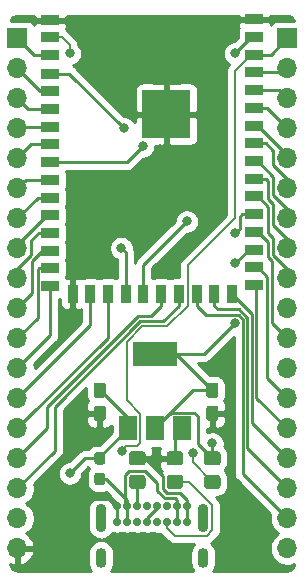
<source format=gbr>
%TF.GenerationSoftware,KiCad,Pcbnew,(5.1.8-0-10_14)*%
%TF.CreationDate,2021-07-01T23:52:50-05:00*%
%TF.ProjectId,crump-s2,6372756d-702d-4733-922e-6b696361645f,rev?*%
%TF.SameCoordinates,Original*%
%TF.FileFunction,Copper,L2,Bot*%
%TF.FilePolarity,Positive*%
%FSLAX46Y46*%
G04 Gerber Fmt 4.6, Leading zero omitted, Abs format (unit mm)*
G04 Created by KiCad (PCBNEW (5.1.8-0-10_14)) date 2021-07-01 23:52:50*
%MOMM*%
%LPD*%
G01*
G04 APERTURE LIST*
%TA.AperFunction,SMDPad,CuDef*%
%ADD10R,1.500000X2.000000*%
%TD*%
%TA.AperFunction,SMDPad,CuDef*%
%ADD11R,3.800000X2.000000*%
%TD*%
%TA.AperFunction,ComponentPad*%
%ADD12O,0.900000X1.700000*%
%TD*%
%TA.AperFunction,ComponentPad*%
%ADD13O,0.900000X2.400000*%
%TD*%
%TA.AperFunction,ComponentPad*%
%ADD14C,0.700000*%
%TD*%
%TA.AperFunction,SMDPad,CuDef*%
%ADD15R,4.100000X4.100000*%
%TD*%
%TA.AperFunction,SMDPad,CuDef*%
%ADD16R,1.500000X0.900000*%
%TD*%
%TA.AperFunction,SMDPad,CuDef*%
%ADD17R,0.900000X1.500000*%
%TD*%
%TA.AperFunction,ComponentPad*%
%ADD18O,1.700000X1.700000*%
%TD*%
%TA.AperFunction,ComponentPad*%
%ADD19R,1.700000X1.700000*%
%TD*%
%TA.AperFunction,ViaPad*%
%ADD20C,0.800000*%
%TD*%
%TA.AperFunction,Conductor*%
%ADD21C,0.250000*%
%TD*%
%TA.AperFunction,Conductor*%
%ADD22C,0.200000*%
%TD*%
%TA.AperFunction,Conductor*%
%ADD23C,0.254000*%
%TD*%
%TA.AperFunction,Conductor*%
%ADD24C,0.100000*%
%TD*%
G04 APERTURE END LIST*
%TO.P,R2,1*%
%TO.N,GND*%
%TA.AperFunction,SMDPad,CuDef*%
G36*
G01*
X41459999Y-56550000D02*
X42360001Y-56550000D01*
G75*
G02*
X42610000Y-56799999I0J-249999D01*
G01*
X42610000Y-57500001D01*
G75*
G02*
X42360001Y-57750000I-249999J0D01*
G01*
X41459999Y-57750000D01*
G75*
G02*
X41210000Y-57500001I0J249999D01*
G01*
X41210000Y-56799999D01*
G75*
G02*
X41459999Y-56550000I249999J0D01*
G01*
G37*
%TD.AperFunction*%
%TO.P,R2,2*%
%TO.N,Net-(J1-PadB5)*%
%TA.AperFunction,SMDPad,CuDef*%
G36*
G01*
X41459999Y-58550000D02*
X42360001Y-58550000D01*
G75*
G02*
X42610000Y-58799999I0J-249999D01*
G01*
X42610000Y-59500001D01*
G75*
G02*
X42360001Y-59750000I-249999J0D01*
G01*
X41459999Y-59750000D01*
G75*
G02*
X41210000Y-59500001I0J249999D01*
G01*
X41210000Y-58799999D01*
G75*
G02*
X41459999Y-58550000I249999J0D01*
G01*
G37*
%TD.AperFunction*%
%TD*%
D10*
%TO.P,U2,1*%
%TO.N,GND*%
X42545000Y-54610000D03*
%TO.P,U2,3*%
%TO.N,+5V*%
X37945000Y-54610000D03*
%TO.P,U2,2*%
%TO.N,+3V3*%
X40245000Y-54610000D03*
D11*
X40245000Y-48310000D03*
%TD*%
%TO.P,C2,2*%
%TO.N,GND*%
%TA.AperFunction,SMDPad,CuDef*%
G36*
G01*
X44809999Y-52690000D02*
X45360001Y-52690000D01*
G75*
G02*
X45610000Y-52939999I0J-249999D01*
G01*
X45610000Y-53740001D01*
G75*
G02*
X45360001Y-53990000I-249999J0D01*
G01*
X44809999Y-53990000D01*
G75*
G02*
X44560000Y-53740001I0J249999D01*
G01*
X44560000Y-52939999D01*
G75*
G02*
X44809999Y-52690000I249999J0D01*
G01*
G37*
%TD.AperFunction*%
%TO.P,C2,1*%
%TO.N,+3V3*%
%TA.AperFunction,SMDPad,CuDef*%
G36*
G01*
X44809999Y-50740000D02*
X45360001Y-50740000D01*
G75*
G02*
X45610000Y-50989999I0J-249999D01*
G01*
X45610000Y-51790001D01*
G75*
G02*
X45360001Y-52040000I-249999J0D01*
G01*
X44809999Y-52040000D01*
G75*
G02*
X44560000Y-51790001I0J249999D01*
G01*
X44560000Y-50989999D01*
G75*
G02*
X44809999Y-50740000I249999J0D01*
G01*
G37*
%TD.AperFunction*%
%TD*%
%TO.P,C1,2*%
%TO.N,GND*%
%TA.AperFunction,SMDPad,CuDef*%
G36*
G01*
X35284999Y-52690000D02*
X35835001Y-52690000D01*
G75*
G02*
X36085000Y-52939999I0J-249999D01*
G01*
X36085000Y-53740001D01*
G75*
G02*
X35835001Y-53990000I-249999J0D01*
G01*
X35284999Y-53990000D01*
G75*
G02*
X35035000Y-53740001I0J249999D01*
G01*
X35035000Y-52939999D01*
G75*
G02*
X35284999Y-52690000I249999J0D01*
G01*
G37*
%TD.AperFunction*%
%TO.P,C1,1*%
%TO.N,+5V*%
%TA.AperFunction,SMDPad,CuDef*%
G36*
G01*
X35284999Y-50740000D02*
X35835001Y-50740000D01*
G75*
G02*
X36085000Y-50989999I0J-249999D01*
G01*
X36085000Y-51790001D01*
G75*
G02*
X35835001Y-52040000I-249999J0D01*
G01*
X35284999Y-52040000D01*
G75*
G02*
X35035000Y-51790001I0J249999D01*
G01*
X35035000Y-50989999D01*
G75*
G02*
X35284999Y-50740000I249999J0D01*
G01*
G37*
%TD.AperFunction*%
%TD*%
%TO.P,D1,2*%
%TO.N,Net-(D1-Pad2)*%
%TA.AperFunction,SMDPad,CuDef*%
G36*
G01*
X35322500Y-58375000D02*
X35797500Y-58375000D01*
G75*
G02*
X36035000Y-58612500I0J-237500D01*
G01*
X36035000Y-59187500D01*
G75*
G02*
X35797500Y-59425000I-237500J0D01*
G01*
X35322500Y-59425000D01*
G75*
G02*
X35085000Y-59187500I0J237500D01*
G01*
X35085000Y-58612500D01*
G75*
G02*
X35322500Y-58375000I237500J0D01*
G01*
G37*
%TD.AperFunction*%
%TO.P,D1,1*%
%TO.N,+5V*%
%TA.AperFunction,SMDPad,CuDef*%
G36*
G01*
X35322500Y-56625000D02*
X35797500Y-56625000D01*
G75*
G02*
X36035000Y-56862500I0J-237500D01*
G01*
X36035000Y-57437500D01*
G75*
G02*
X35797500Y-57675000I-237500J0D01*
G01*
X35322500Y-57675000D01*
G75*
G02*
X35085000Y-57437500I0J237500D01*
G01*
X35085000Y-56862500D01*
G75*
G02*
X35322500Y-56625000I237500J0D01*
G01*
G37*
%TD.AperFunction*%
%TD*%
D12*
%TO.P,J1,S1*%
%TO.N,Net-(J1-PadS1)*%
X44320500Y-65574000D03*
X35670500Y-65574000D03*
D13*
X44320500Y-62194000D03*
X35670500Y-62194000D03*
D14*
%TO.P,J1,B6*%
%TO.N,/USB_D+*%
X40420500Y-62564000D03*
%TO.P,J1,B1*%
%TO.N,GND*%
X42970500Y-62564000D03*
%TO.P,J1,B4*%
%TO.N,Net-(D1-Pad2)*%
X42120500Y-62564000D03*
%TO.P,J1,B5*%
%TO.N,Net-(J1-PadB5)*%
X41270500Y-62564000D03*
%TO.P,J1,B12*%
%TO.N,GND*%
X37020500Y-62564000D03*
%TO.P,J1,B8*%
%TO.N,N/C*%
X38720500Y-62564000D03*
%TO.P,J1,B7*%
%TO.N,/USB_D-*%
X39570500Y-62564000D03*
%TO.P,J1,B9*%
%TO.N,Net-(D1-Pad2)*%
X37870500Y-62564000D03*
%TO.P,J1,A12*%
%TO.N,GND*%
X42970500Y-61214000D03*
%TO.P,J1,A9*%
%TO.N,Net-(D1-Pad2)*%
X42120500Y-61214000D03*
%TO.P,J1,A8*%
%TO.N,N/C*%
X41270500Y-61214000D03*
%TO.P,J1,A7*%
%TO.N,/USB_D-*%
X40420500Y-61214000D03*
%TO.P,J1,A6*%
%TO.N,/USB_D+*%
X39570500Y-61214000D03*
%TO.P,J1,A5*%
%TO.N,Net-(J1-PadA5)*%
X38720500Y-61214000D03*
%TO.P,J1,A4*%
%TO.N,Net-(D1-Pad2)*%
X37870500Y-61214000D03*
%TO.P,J1,A1*%
%TO.N,GND*%
X37020500Y-61214000D03*
%TD*%
%TO.P,R1,1*%
%TO.N,+3V3*%
%TA.AperFunction,SMDPad,CuDef*%
G36*
G01*
X44634999Y-56550000D02*
X45535001Y-56550000D01*
G75*
G02*
X45785000Y-56799999I0J-249999D01*
G01*
X45785000Y-57500001D01*
G75*
G02*
X45535001Y-57750000I-249999J0D01*
G01*
X44634999Y-57750000D01*
G75*
G02*
X44385000Y-57500001I0J249999D01*
G01*
X44385000Y-56799999D01*
G75*
G02*
X44634999Y-56550000I249999J0D01*
G01*
G37*
%TD.AperFunction*%
%TO.P,R1,2*%
%TO.N,/EN*%
%TA.AperFunction,SMDPad,CuDef*%
G36*
G01*
X44634999Y-58550000D02*
X45535001Y-58550000D01*
G75*
G02*
X45785000Y-58799999I0J-249999D01*
G01*
X45785000Y-59500001D01*
G75*
G02*
X45535001Y-59750000I-249999J0D01*
G01*
X44634999Y-59750000D01*
G75*
G02*
X44385000Y-59500001I0J249999D01*
G01*
X44385000Y-58799999D01*
G75*
G02*
X44634999Y-58550000I249999J0D01*
G01*
G37*
%TD.AperFunction*%
%TD*%
%TO.P,R3,2*%
%TO.N,GND*%
%TA.AperFunction,SMDPad,CuDef*%
G36*
G01*
X39185001Y-57750000D02*
X38284999Y-57750000D01*
G75*
G02*
X38035000Y-57500001I0J249999D01*
G01*
X38035000Y-56799999D01*
G75*
G02*
X38284999Y-56550000I249999J0D01*
G01*
X39185001Y-56550000D01*
G75*
G02*
X39435000Y-56799999I0J-249999D01*
G01*
X39435000Y-57500001D01*
G75*
G02*
X39185001Y-57750000I-249999J0D01*
G01*
G37*
%TD.AperFunction*%
%TO.P,R3,1*%
%TO.N,Net-(J1-PadA5)*%
%TA.AperFunction,SMDPad,CuDef*%
G36*
G01*
X39185001Y-59750000D02*
X38284999Y-59750000D01*
G75*
G02*
X38035000Y-59500001I0J249999D01*
G01*
X38035000Y-58799999D01*
G75*
G02*
X38284999Y-58550000I249999J0D01*
G01*
X39185001Y-58550000D01*
G75*
G02*
X39435000Y-58799999I0J-249999D01*
G01*
X39435000Y-59500001D01*
G75*
G02*
X39185001Y-59750000I-249999J0D01*
G01*
G37*
%TD.AperFunction*%
%TD*%
D15*
%TO.P,U1,43*%
%TO.N,GND*%
X41195000Y-28015000D03*
D16*
%TO.P,U1,42*%
X31380000Y-20075000D03*
%TO.P,U1,41*%
%TO.N,/EN*%
X31380000Y-21475000D03*
%TO.P,U1,40*%
%TO.N,/IO46*%
X31380000Y-22975000D03*
%TO.P,U1,39*%
%TO.N,/IO45*%
X31380000Y-24575000D03*
D17*
%TO.P,U1,25*%
%TO.N,/IO26*%
X34755000Y-43225000D03*
%TO.P,U1,26*%
%TO.N,GND*%
X33255000Y-43225000D03*
D16*
%TO.P,U1,27*%
%TO.N,/IO33*%
X31380000Y-42575000D03*
%TO.P,U1,28*%
%TO.N,/IO34*%
X31380000Y-41075000D03*
%TO.P,U1,29*%
%TO.N,/IO35*%
X31380000Y-39575000D03*
%TO.P,U1,30*%
%TO.N,/IO36*%
X31380000Y-38075000D03*
%TO.P,U1,31*%
%TO.N,/IO37*%
X31380000Y-36575000D03*
%TO.P,U1,32*%
%TO.N,/IO38*%
X31380000Y-35075000D03*
%TO.P,U1,33*%
%TO.N,/IO39*%
X31380000Y-33575000D03*
%TO.P,U1,34*%
%TO.N,/IO40*%
X31380000Y-32075000D03*
%TO.P,U1,35*%
%TO.N,/IO41*%
X31380000Y-30575000D03*
%TO.P,U1,36*%
%TO.N,/IO42*%
X31380000Y-29075000D03*
%TO.P,U1,37*%
%TO.N,/TX*%
X31380000Y-27575000D03*
%TO.P,U1,38*%
%TO.N,/RX*%
X31380000Y-26075000D03*
%TO.P,U1,14*%
%TO.N,/IO11*%
X48630000Y-39475000D03*
%TO.P,U1,13*%
%TO.N,/IO10*%
X48630000Y-37975000D03*
%TO.P,U1,12*%
%TO.N,/IO09*%
X48630000Y-36475000D03*
%TO.P,U1,11*%
%TO.N,/IO08*%
X48630000Y-34975000D03*
%TO.P,U1,10*%
%TO.N,/IO07*%
X48630000Y-33475000D03*
%TO.P,U1,9*%
%TO.N,/IO06*%
X48630000Y-31975000D03*
%TO.P,U1,8*%
%TO.N,/IO05*%
X48630000Y-30475000D03*
%TO.P,U1,7*%
%TO.N,/IO04*%
X48630000Y-28975000D03*
%TO.P,U1,6*%
%TO.N,/IO03*%
X48630000Y-27475000D03*
%TO.P,U1,5*%
%TO.N,/IO02*%
X48630000Y-25975000D03*
%TO.P,U1,4*%
%TO.N,/IO01*%
X48630000Y-24475000D03*
%TO.P,U1,3*%
%TO.N,/IO00*%
X48630000Y-22975000D03*
%TO.P,U1,2*%
%TO.N,+3V3*%
X48630000Y-21475000D03*
D17*
%TO.P,U1,24*%
%TO.N,/IO21*%
X36255000Y-43225000D03*
%TO.P,U1,23*%
%TO.N,/USB_D+*%
X37755000Y-43225000D03*
%TO.P,U1,22*%
%TO.N,/USB_D-*%
X39255000Y-43225000D03*
%TO.P,U1,21*%
%TO.N,/IO18*%
X40755000Y-43225000D03*
%TO.P,U1,20*%
%TO.N,/IO17*%
X42255000Y-43225000D03*
%TO.P,U1,19*%
%TO.N,/IO16*%
X43755000Y-43225000D03*
%TO.P,U1,18*%
%TO.N,/IO15*%
X45255000Y-43225000D03*
%TO.P,U1,17*%
%TO.N,/IO14*%
X46755000Y-43225000D03*
D16*
%TO.P,U1,16*%
%TO.N,/IO13*%
X48630000Y-42475000D03*
%TO.P,U1,15*%
%TO.N,/IO12*%
X48630000Y-40975000D03*
%TO.P,U1,1*%
%TO.N,GND*%
X48630000Y-19975000D03*
%TD*%
D18*
%TO.P,J2,18*%
%TO.N,+5V*%
X51435000Y-64770000D03*
%TO.P,J2,17*%
%TO.N,/IO16*%
X51435000Y-62230000D03*
%TO.P,J2,16*%
%TO.N,/IO15*%
X51435000Y-59690000D03*
%TO.P,J2,15*%
%TO.N,/IO14*%
X51435000Y-57150000D03*
%TO.P,J2,14*%
%TO.N,/IO13*%
X51435000Y-54610000D03*
%TO.P,J2,13*%
%TO.N,/IO12*%
X51435000Y-52070000D03*
%TO.P,J2,12*%
%TO.N,/IO11*%
X51435000Y-49530000D03*
%TO.P,J2,11*%
%TO.N,/IO10*%
X51435000Y-46990000D03*
%TO.P,J2,10*%
%TO.N,/IO09*%
X51435000Y-44450000D03*
%TO.P,J2,9*%
%TO.N,/IO08*%
X51435000Y-41910000D03*
%TO.P,J2,8*%
%TO.N,/IO07*%
X51435000Y-39370000D03*
%TO.P,J2,7*%
%TO.N,/IO06*%
X51435000Y-36830000D03*
%TO.P,J2,6*%
%TO.N,/IO05*%
X51435000Y-34290000D03*
%TO.P,J2,5*%
%TO.N,/IO04*%
X51435000Y-31750000D03*
%TO.P,J2,4*%
%TO.N,/IO03*%
X51435000Y-29210000D03*
%TO.P,J2,3*%
%TO.N,/IO02*%
X51435000Y-26670000D03*
%TO.P,J2,2*%
%TO.N,/IO01*%
X51435000Y-24130000D03*
D19*
%TO.P,J2,1*%
%TO.N,/IO00*%
X51435000Y-21590000D03*
%TD*%
%TO.P,J3,1*%
%TO.N,/IO46*%
X28575000Y-21590000D03*
D18*
%TO.P,J3,2*%
%TO.N,/RX*%
X28575000Y-24130000D03*
%TO.P,J3,3*%
%TO.N,/TX*%
X28575000Y-26670000D03*
%TO.P,J3,4*%
%TO.N,/IO42*%
X28575000Y-29210000D03*
%TO.P,J3,5*%
%TO.N,/IO41*%
X28575000Y-31750000D03*
%TO.P,J3,6*%
%TO.N,/IO39*%
X28575000Y-34290000D03*
%TO.P,J3,7*%
%TO.N,/IO38*%
X28575000Y-36830000D03*
%TO.P,J3,8*%
%TO.N,/IO37*%
X28575000Y-39370000D03*
%TO.P,J3,9*%
%TO.N,/IO36*%
X28575000Y-41910000D03*
%TO.P,J3,10*%
%TO.N,/IO35*%
X28575000Y-44450000D03*
%TO.P,J3,11*%
%TO.N,/IO34*%
X28575000Y-46990000D03*
%TO.P,J3,12*%
%TO.N,/IO33*%
X28575000Y-49530000D03*
%TO.P,J3,13*%
%TO.N,/IO26*%
X28575000Y-52070000D03*
%TO.P,J3,14*%
%TO.N,/IO21*%
X28575000Y-54610000D03*
%TO.P,J3,15*%
%TO.N,/IO18*%
X28575000Y-57150000D03*
%TO.P,J3,16*%
%TO.N,/IO17*%
X28575000Y-59690000D03*
%TO.P,J3,17*%
%TO.N,+3V3*%
X28575000Y-62230000D03*
%TO.P,J3,18*%
%TO.N,GND*%
X28575000Y-64770000D03*
%TD*%
D20*
%TO.N,GND*%
X40640000Y-30988000D03*
X42545000Y-54610000D03*
X42545000Y-54610000D03*
X44958000Y-53340000D03*
X38735000Y-57150000D03*
X33020000Y-53340000D03*
X33020000Y-45720000D03*
%TO.N,/USB_D+*%
X37378640Y-39344600D03*
%TO.N,/USB_D-*%
X42926000Y-37084000D03*
%TO.N,+3V3*%
X46990000Y-45720000D03*
X46990000Y-22860000D03*
X45084996Y-55880000D03*
%TO.N,/EN*%
X43434000Y-56660011D03*
X33020000Y-22860000D03*
%TO.N,/IO45*%
X37605000Y-29210000D03*
%TO.N,/IO40*%
X39205002Y-30734000D03*
%TO.N,/IO11*%
X46990000Y-40640000D03*
%TO.N,/IO09*%
X46990000Y-38100000D03*
%TO.N,/IO00*%
X37399836Y-56529714D03*
%TO.N,+5V*%
X33019992Y-58420000D03*
%TD*%
D21*
%TO.N,GND*%
X41195000Y-30433000D02*
X41195000Y-28015000D01*
X40640000Y-30988000D02*
X41195000Y-30433000D01*
X42970500Y-61214000D02*
X42970500Y-62564000D01*
X37020500Y-62564000D02*
X37020500Y-61214000D01*
X41910000Y-55245000D02*
X42545000Y-54610000D01*
X41910000Y-57150000D02*
X41910000Y-55245000D01*
X45085000Y-53340000D02*
X44958000Y-53340000D01*
X42970500Y-60719026D02*
X42970500Y-61214000D01*
X40884990Y-59738180D02*
X41235798Y-60088988D01*
X40884990Y-58664990D02*
X40884990Y-59738180D01*
X39370000Y-57150000D02*
X40884990Y-58664990D01*
X41235798Y-60088988D02*
X42340462Y-60088988D01*
X38735000Y-57150000D02*
X39370000Y-57150000D01*
X42340462Y-60088988D02*
X42970500Y-60719026D01*
X36475490Y-60668990D02*
X36475490Y-60605490D01*
X37020500Y-61214000D02*
X36475490Y-60668990D01*
X36475490Y-60605490D02*
X34136510Y-60605490D01*
X29972000Y-64770000D02*
X28575000Y-64770000D01*
X34136510Y-60605490D02*
X29972000Y-64770000D01*
D22*
X33782000Y-53340000D02*
X33020000Y-53340000D01*
X33255000Y-45485000D02*
X33020000Y-45720000D01*
X33255000Y-43225000D02*
X33255000Y-45485000D01*
D21*
%TO.N,Net-(D1-Pad2)*%
X36051474Y-58900000D02*
X35560000Y-58900000D01*
X37870500Y-60719026D02*
X36051474Y-58900000D01*
X37870500Y-61214000D02*
X37870500Y-60719026D01*
X42120500Y-62564000D02*
X42120500Y-61214000D01*
X37870500Y-62564000D02*
X37870500Y-61214000D01*
X40434979Y-59230979D02*
X40434979Y-59924580D01*
X37870500Y-61214000D02*
X37709990Y-61053490D01*
X42120500Y-60719026D02*
X42120500Y-61214000D01*
X37709990Y-61053490D02*
X37709990Y-58561820D01*
X37709990Y-58561820D02*
X38046820Y-58224990D01*
X40434979Y-59924580D02*
X41049398Y-60538999D01*
X38046820Y-58224990D02*
X39428990Y-58224990D01*
X39428990Y-58224990D02*
X40434979Y-59230979D01*
X41940473Y-60538999D02*
X42120500Y-60719026D01*
X41049398Y-60538999D02*
X41940473Y-60538999D01*
%TO.N,Net-(J1-PadA5)*%
X38735000Y-61199500D02*
X38720500Y-61214000D01*
X38735000Y-59150000D02*
X38735000Y-61199500D01*
%TO.N,/USB_D+*%
X37755000Y-39720960D02*
X37378640Y-39344600D01*
X37755000Y-43225000D02*
X37755000Y-39720960D01*
%TO.N,/USB_D-*%
X40420500Y-61363002D02*
X40420500Y-61214000D01*
X39570500Y-62213002D02*
X40420500Y-61363002D01*
X39570500Y-62564000D02*
X39570500Y-62213002D01*
X39255000Y-40755000D02*
X42926000Y-37084000D01*
X39255000Y-43225000D02*
X39255000Y-40755000D01*
D22*
%TO.N,Net-(J1-PadB5)*%
X41270500Y-63058974D02*
X41905536Y-63694010D01*
X41905536Y-63694010D02*
X44631164Y-63694010D01*
X45070510Y-63254664D02*
X45070510Y-61133336D01*
X43087174Y-59150000D02*
X41910000Y-59150000D01*
X45070510Y-61133336D02*
X43087174Y-59150000D01*
X41270500Y-62564000D02*
X41270500Y-63058974D01*
X44631164Y-63694010D02*
X45070510Y-63254664D01*
D21*
%TO.N,+3V3*%
X42005000Y-48310000D02*
X45085000Y-51390000D01*
X40245000Y-48310000D02*
X42005000Y-48310000D01*
X43465000Y-51390000D02*
X45085000Y-51390000D01*
X40245000Y-54610000D02*
X43465000Y-51390000D01*
X40245000Y-54610000D02*
X41570001Y-53284999D01*
X41570001Y-53284999D02*
X43555001Y-53284999D01*
X43555001Y-53284999D02*
X43870001Y-53599999D01*
X43870001Y-53599999D02*
X43870001Y-55935001D01*
X43870001Y-55935001D02*
X45085000Y-57150000D01*
X40245000Y-48310000D02*
X44400000Y-48310000D01*
X44400000Y-48310000D02*
X46990000Y-45720000D01*
X48630000Y-21475000D02*
X48375000Y-21475000D01*
X48375000Y-21475000D02*
X46990000Y-22860000D01*
X45085000Y-57150000D02*
X45085000Y-55880004D01*
X45085000Y-55880004D02*
X45084996Y-55880000D01*
D22*
%TO.N,/EN*%
X43434000Y-57499000D02*
X43434000Y-56660011D01*
X45085000Y-59150000D02*
X43434000Y-57499000D01*
X31380000Y-21475000D02*
X32330000Y-21475000D01*
X32330000Y-21475000D02*
X33020000Y-22165000D01*
X33020000Y-22165000D02*
X33020000Y-22860000D01*
D21*
%TO.N,/IO46*%
X29960000Y-22975000D02*
X28575000Y-21590000D01*
X31380000Y-22975000D02*
X29960000Y-22975000D01*
%TO.N,/IO45*%
X32970000Y-24575000D02*
X37605000Y-29210000D01*
X31380000Y-24575000D02*
X32970000Y-24575000D01*
%TO.N,/IO26*%
X34755000Y-45890000D02*
X28575000Y-52070000D01*
X34755000Y-43225000D02*
X34755000Y-45890000D01*
%TO.N,/IO33*%
X31380000Y-46725000D02*
X28575000Y-49530000D01*
X31380000Y-42575000D02*
X31380000Y-46725000D01*
%TO.N,/IO34*%
X30295010Y-45269990D02*
X28575000Y-46990000D01*
X30295010Y-41159990D02*
X30295010Y-45269990D01*
X30380000Y-41075000D02*
X30295010Y-41159990D01*
X31380000Y-41075000D02*
X30380000Y-41075000D01*
%TO.N,/IO35*%
X30950412Y-39370000D02*
X29845000Y-40475412D01*
X31585000Y-39370000D02*
X30950412Y-39370000D01*
X29845000Y-43180000D02*
X28575000Y-44450000D01*
X29845000Y-40475412D02*
X29845000Y-43180000D01*
X31380000Y-39575000D02*
X31585000Y-39370000D01*
%TO.N,/IO36*%
X29750001Y-39934001D02*
X28575000Y-41109002D01*
X29750001Y-38704999D02*
X29750001Y-39934001D01*
X28575000Y-41109002D02*
X28575000Y-41910000D01*
X31380000Y-38075000D02*
X30380000Y-38075000D01*
X30380000Y-38075000D02*
X29750001Y-38704999D01*
%TO.N,/IO37*%
X28575000Y-39080000D02*
X28575000Y-39370000D01*
X31080000Y-36575000D02*
X28575000Y-39080000D01*
X31380000Y-36575000D02*
X31080000Y-36575000D01*
%TO.N,/IO38*%
X30330000Y-35075000D02*
X28575000Y-36830000D01*
X31380000Y-35075000D02*
X30330000Y-35075000D01*
%TO.N,/IO39*%
X29290000Y-33575000D02*
X28575000Y-34290000D01*
X31380000Y-33575000D02*
X29290000Y-33575000D01*
%TO.N,/IO40*%
X37864002Y-32075000D02*
X39205002Y-30734000D01*
X31380000Y-32075000D02*
X37864002Y-32075000D01*
%TO.N,/IO41*%
X29750000Y-30575000D02*
X28575000Y-31750000D01*
X31380000Y-30575000D02*
X29750000Y-30575000D01*
%TO.N,/IO42*%
X28710000Y-29075000D02*
X28575000Y-29210000D01*
X31380000Y-29075000D02*
X28710000Y-29075000D01*
%TO.N,/TX*%
X29480000Y-27575000D02*
X28575000Y-26670000D01*
X31380000Y-27575000D02*
X29480000Y-27575000D01*
%TO.N,/RX*%
X30520000Y-26075000D02*
X28575000Y-24130000D01*
X31380000Y-26075000D02*
X30520000Y-26075000D01*
%TO.N,/IO11*%
X48630000Y-39475000D02*
X48155000Y-39475000D01*
X48155000Y-39475000D02*
X46990000Y-40640000D01*
%TO.N,/IO10*%
X50165000Y-40475412D02*
X50165000Y-45720000D01*
X49809988Y-40120401D02*
X50165000Y-40475412D01*
X49809988Y-38854988D02*
X49809988Y-40120401D01*
X48630000Y-37975000D02*
X48930000Y-37975000D01*
X50165000Y-45720000D02*
X51435000Y-46990000D01*
X48930000Y-37975000D02*
X49809988Y-38854988D01*
%TO.N,/IO09*%
X47389999Y-37700001D02*
X46990000Y-38100000D01*
X47389999Y-36715001D02*
X47389999Y-37700001D01*
X47630000Y-36475000D02*
X47389999Y-36715001D01*
X48630000Y-36475000D02*
X47630000Y-36475000D01*
%TO.N,/IO08*%
X50259999Y-39934001D02*
X51435000Y-41109002D01*
X49809990Y-38063195D02*
X50259999Y-38513204D01*
X48930000Y-34975000D02*
X49809990Y-35854990D01*
X51435000Y-41109002D02*
X51435000Y-41910000D01*
X49809990Y-35854990D02*
X49809990Y-38063195D01*
X48630000Y-34975000D02*
X48930000Y-34975000D01*
X50259999Y-38513204D02*
X50259999Y-39934001D01*
%TO.N,/IO07*%
X49809988Y-35203578D02*
X50259999Y-35653589D01*
X49809988Y-33654988D02*
X49809988Y-35203578D01*
X49630000Y-33475000D02*
X49809988Y-33654988D01*
X50259999Y-37394001D02*
X51435000Y-38569002D01*
X48630000Y-33475000D02*
X49630000Y-33475000D01*
X50259999Y-35653589D02*
X50259999Y-37394001D01*
X51435000Y-38569002D02*
X51435000Y-39370000D01*
%TO.N,/IO06*%
X48630000Y-31975000D02*
X48930000Y-31975000D01*
X48930000Y-31975000D02*
X50259999Y-33304999D01*
X50259999Y-34854001D02*
X51435000Y-36029002D01*
X50259999Y-33304999D02*
X50259999Y-34854001D01*
X51435000Y-36029002D02*
X51435000Y-36830000D01*
%TO.N,/IO05*%
X51435000Y-33489002D02*
X51435000Y-34290000D01*
X48630000Y-30475000D02*
X49630000Y-30475000D01*
X49630000Y-30475000D02*
X50259999Y-31104999D01*
X50259999Y-31104999D02*
X50259999Y-32314001D01*
X50259999Y-32314001D02*
X51435000Y-33489002D01*
%TO.N,/IO04*%
X51435000Y-31480000D02*
X51435000Y-31750000D01*
X48930000Y-28975000D02*
X51435000Y-31480000D01*
X48630000Y-28975000D02*
X48930000Y-28975000D01*
%TO.N,/IO03*%
X49700000Y-27475000D02*
X51435000Y-29210000D01*
X48630000Y-27475000D02*
X49700000Y-27475000D01*
%TO.N,/IO02*%
X50740000Y-25975000D02*
X51435000Y-26670000D01*
X48630000Y-25975000D02*
X50740000Y-25975000D01*
%TO.N,/IO01*%
X51090000Y-24475000D02*
X51435000Y-24130000D01*
X48630000Y-24475000D02*
X51090000Y-24475000D01*
%TO.N,/IO00*%
X50050000Y-22975000D02*
X51435000Y-21590000D01*
X48630000Y-22975000D02*
X50050000Y-22975000D01*
D22*
X48330000Y-22975000D02*
X46990000Y-24315000D01*
X48630000Y-22975000D02*
X48330000Y-22975000D01*
X46990000Y-36830000D02*
X43005000Y-40815000D01*
X38715287Y-56129715D02*
X37799835Y-56129715D01*
X41246002Y-45974000D02*
X39140998Y-45974000D01*
X46990000Y-24315000D02*
X46990000Y-36830000D01*
X38995001Y-53369999D02*
X38995001Y-55850001D01*
X39140998Y-45974000D02*
X37846000Y-47268998D01*
X43005000Y-44215002D02*
X41246002Y-45974000D01*
X37846000Y-47268998D02*
X37846000Y-52220998D01*
X38995001Y-55850001D02*
X38715287Y-56129715D01*
X37799835Y-56129715D02*
X37399836Y-56529714D01*
X37846000Y-52220998D02*
X38995001Y-53369999D01*
X43005000Y-40815000D02*
X43005000Y-44215002D01*
D21*
%TO.N,/IO21*%
X36255000Y-46927179D02*
X29424999Y-53757180D01*
X29424999Y-53757180D02*
X29424999Y-53760001D01*
X29424999Y-53760001D02*
X28575000Y-54610000D01*
X36255000Y-43225000D02*
X36255000Y-46927179D01*
%TO.N,/IO18*%
X31115000Y-54610000D02*
X28575000Y-57150000D01*
X40755000Y-43225000D02*
X40755000Y-44225000D01*
X38778553Y-45098978D02*
X31115000Y-52762531D01*
X39881022Y-45098978D02*
X38778553Y-45098978D01*
X31115000Y-52762531D02*
X31115000Y-54610000D01*
X40755000Y-44225000D02*
X39881022Y-45098978D01*
%TO.N,/IO17*%
X31750000Y-56515000D02*
X28575000Y-59690000D01*
X38964952Y-45548990D02*
X31750000Y-52763942D01*
X31750000Y-52763942D02*
X31750000Y-56515000D01*
X42255000Y-44225000D02*
X40931011Y-45548989D01*
X40931011Y-45548989D02*
X38964952Y-45548990D01*
X42255000Y-43225000D02*
X42255000Y-44225000D01*
%TO.N,/IO16*%
X50585001Y-61380001D02*
X51435000Y-62230000D01*
X47655001Y-58450001D02*
X50585001Y-61380001D01*
X47655001Y-45400799D02*
X47655001Y-58450001D01*
X44584999Y-45054999D02*
X47309201Y-45054999D01*
X43755000Y-44225000D02*
X44584999Y-45054999D01*
X47309201Y-45054999D02*
X47655001Y-45400799D01*
X43755000Y-43225000D02*
X43755000Y-44225000D01*
%TO.N,/IO15*%
X45255000Y-43225000D02*
X45255000Y-44225000D01*
X45255000Y-44225000D02*
X45574988Y-44544988D01*
X45574988Y-44544988D02*
X47350748Y-44544988D01*
X47350748Y-44544988D02*
X48045012Y-45239252D01*
X48045012Y-45239252D02*
X48045012Y-56300012D01*
X48045012Y-56300012D02*
X51435000Y-59690000D01*
%TO.N,/IO14*%
X48435023Y-54150023D02*
X51435000Y-57150000D01*
X48435023Y-44905023D02*
X48435023Y-54150023D01*
X46755000Y-43225000D02*
X48435023Y-44905023D01*
%TO.N,/IO13*%
X48825034Y-42670034D02*
X48825034Y-52000034D01*
X48630000Y-42475000D02*
X48825034Y-42670034D01*
X48825034Y-52000034D02*
X51435000Y-54610000D01*
%TO.N,/IO12*%
X49705001Y-50340001D02*
X51435000Y-52070000D01*
X48915002Y-40975000D02*
X49705001Y-41764999D01*
X49705001Y-41764999D02*
X49705001Y-50340001D01*
X48630000Y-40975000D02*
X48915002Y-40975000D01*
%TO.N,+5V*%
X37945000Y-53775000D02*
X37945000Y-54610000D01*
X35560000Y-51390000D02*
X37945000Y-53775000D01*
X35560000Y-56995000D02*
X37945000Y-54610000D01*
X35560000Y-57150000D02*
X35560000Y-56995000D01*
X35560000Y-57150000D02*
X34289992Y-57150000D01*
X34289992Y-57150000D02*
X33019992Y-58420000D01*
%TD*%
D23*
%TO.N,GND*%
X46895002Y-58412669D02*
X46891325Y-58450001D01*
X46895002Y-58487334D01*
X46905999Y-58598987D01*
X46910098Y-58612500D01*
X46949455Y-58742247D01*
X47020027Y-58874277D01*
X47090380Y-58960001D01*
X47115001Y-58990002D01*
X47143999Y-59013800D01*
X49993790Y-61863592D01*
X49950000Y-62083740D01*
X49950000Y-62376260D01*
X50007068Y-62663158D01*
X50119010Y-62933411D01*
X50281525Y-63176632D01*
X50488368Y-63383475D01*
X50662760Y-63500000D01*
X50488368Y-63616525D01*
X50281525Y-63823368D01*
X50119010Y-64066589D01*
X50007068Y-64336842D01*
X49950000Y-64623740D01*
X49950000Y-64916260D01*
X50007068Y-65203158D01*
X50119010Y-65473411D01*
X50281525Y-65716632D01*
X50488368Y-65923475D01*
X50731589Y-66085990D01*
X51001842Y-66197932D01*
X51288740Y-66255000D01*
X51581260Y-66255000D01*
X51868158Y-66197932D01*
X52033046Y-66129633D01*
X52030278Y-66157869D01*
X51996047Y-66271246D01*
X51940446Y-66375817D01*
X51865594Y-66467595D01*
X51774335Y-66543091D01*
X51670160Y-66599419D01*
X51557024Y-66634440D01*
X51408979Y-66650000D01*
X45169323Y-66650000D01*
X45227009Y-66579710D01*
X45327759Y-66391220D01*
X45389800Y-66186696D01*
X45405500Y-66027293D01*
X45405500Y-65120706D01*
X45389800Y-64961303D01*
X45327759Y-64756780D01*
X45227009Y-64568290D01*
X45091422Y-64403078D01*
X45001639Y-64329395D01*
X45041484Y-64308097D01*
X45153402Y-64216248D01*
X45176423Y-64188197D01*
X45564702Y-63799918D01*
X45592747Y-63776902D01*
X45684597Y-63664984D01*
X45752847Y-63537297D01*
X45786656Y-63425843D01*
X45794875Y-63398750D01*
X45809066Y-63254665D01*
X45805510Y-63218560D01*
X45805510Y-61169441D01*
X45809066Y-61133336D01*
X45794875Y-60989251D01*
X45752847Y-60850702D01*
X45684597Y-60723016D01*
X45615763Y-60639142D01*
X45592748Y-60611098D01*
X45564703Y-60588082D01*
X45364693Y-60388072D01*
X45535001Y-60388072D01*
X45708255Y-60371008D01*
X45874851Y-60320472D01*
X46028387Y-60238405D01*
X46162962Y-60127962D01*
X46273405Y-59993387D01*
X46355472Y-59839851D01*
X46406008Y-59673255D01*
X46423072Y-59500001D01*
X46423072Y-58799999D01*
X46406008Y-58626745D01*
X46355472Y-58460149D01*
X46273405Y-58306613D01*
X46162962Y-58172038D01*
X46136109Y-58150000D01*
X46162962Y-58127962D01*
X46273405Y-57993387D01*
X46355472Y-57839851D01*
X46406008Y-57673255D01*
X46423072Y-57500001D01*
X46423072Y-56799999D01*
X46406008Y-56626745D01*
X46355472Y-56460149D01*
X46273405Y-56306613D01*
X46162962Y-56172038D01*
X46093519Y-56115048D01*
X46119996Y-55981939D01*
X46119996Y-55778061D01*
X46080222Y-55578102D01*
X46002201Y-55389744D01*
X45888933Y-55220226D01*
X45744770Y-55076063D01*
X45575252Y-54962795D01*
X45386894Y-54884774D01*
X45186935Y-54845000D01*
X44983057Y-54845000D01*
X44783098Y-54884774D01*
X44630001Y-54948189D01*
X44630001Y-54627173D01*
X44799250Y-54625000D01*
X44958000Y-54466250D01*
X44958000Y-53467000D01*
X45212000Y-53467000D01*
X45212000Y-54466250D01*
X45370750Y-54625000D01*
X45610000Y-54628072D01*
X45734482Y-54615812D01*
X45854180Y-54579502D01*
X45964494Y-54520537D01*
X46061185Y-54441185D01*
X46140537Y-54344494D01*
X46199502Y-54234180D01*
X46235812Y-54114482D01*
X46248072Y-53990000D01*
X46245000Y-53625750D01*
X46086250Y-53467000D01*
X45212000Y-53467000D01*
X44958000Y-53467000D01*
X44938000Y-53467000D01*
X44938000Y-53213000D01*
X44958000Y-53213000D01*
X44958000Y-53193000D01*
X45212000Y-53193000D01*
X45212000Y-53213000D01*
X46086250Y-53213000D01*
X46245000Y-53054250D01*
X46248072Y-52690000D01*
X46235812Y-52565518D01*
X46199502Y-52445820D01*
X46140537Y-52335506D01*
X46098085Y-52283777D01*
X46098405Y-52283387D01*
X46180472Y-52129851D01*
X46231008Y-51963255D01*
X46248072Y-51790001D01*
X46248072Y-50989999D01*
X46231008Y-50816745D01*
X46180472Y-50650149D01*
X46098405Y-50496613D01*
X45987962Y-50362038D01*
X45853387Y-50251595D01*
X45699851Y-50169528D01*
X45533255Y-50118992D01*
X45360001Y-50101928D01*
X44871730Y-50101928D01*
X43839801Y-49070000D01*
X44362678Y-49070000D01*
X44400000Y-49073676D01*
X44437322Y-49070000D01*
X44437333Y-49070000D01*
X44548986Y-49059003D01*
X44692247Y-49015546D01*
X44824276Y-48944974D01*
X44940001Y-48850001D01*
X44963804Y-48820997D01*
X46895001Y-46889801D01*
X46895002Y-58412669D01*
%TA.AperFunction,Conductor*%
D24*
G36*
X46895002Y-58412669D02*
G01*
X46891325Y-58450001D01*
X46895002Y-58487334D01*
X46905999Y-58598987D01*
X46910098Y-58612500D01*
X46949455Y-58742247D01*
X47020027Y-58874277D01*
X47090380Y-58960001D01*
X47115001Y-58990002D01*
X47143999Y-59013800D01*
X49993790Y-61863592D01*
X49950000Y-62083740D01*
X49950000Y-62376260D01*
X50007068Y-62663158D01*
X50119010Y-62933411D01*
X50281525Y-63176632D01*
X50488368Y-63383475D01*
X50662760Y-63500000D01*
X50488368Y-63616525D01*
X50281525Y-63823368D01*
X50119010Y-64066589D01*
X50007068Y-64336842D01*
X49950000Y-64623740D01*
X49950000Y-64916260D01*
X50007068Y-65203158D01*
X50119010Y-65473411D01*
X50281525Y-65716632D01*
X50488368Y-65923475D01*
X50731589Y-66085990D01*
X51001842Y-66197932D01*
X51288740Y-66255000D01*
X51581260Y-66255000D01*
X51868158Y-66197932D01*
X52033046Y-66129633D01*
X52030278Y-66157869D01*
X51996047Y-66271246D01*
X51940446Y-66375817D01*
X51865594Y-66467595D01*
X51774335Y-66543091D01*
X51670160Y-66599419D01*
X51557024Y-66634440D01*
X51408979Y-66650000D01*
X45169323Y-66650000D01*
X45227009Y-66579710D01*
X45327759Y-66391220D01*
X45389800Y-66186696D01*
X45405500Y-66027293D01*
X45405500Y-65120706D01*
X45389800Y-64961303D01*
X45327759Y-64756780D01*
X45227009Y-64568290D01*
X45091422Y-64403078D01*
X45001639Y-64329395D01*
X45041484Y-64308097D01*
X45153402Y-64216248D01*
X45176423Y-64188197D01*
X45564702Y-63799918D01*
X45592747Y-63776902D01*
X45684597Y-63664984D01*
X45752847Y-63537297D01*
X45786656Y-63425843D01*
X45794875Y-63398750D01*
X45809066Y-63254665D01*
X45805510Y-63218560D01*
X45805510Y-61169441D01*
X45809066Y-61133336D01*
X45794875Y-60989251D01*
X45752847Y-60850702D01*
X45684597Y-60723016D01*
X45615763Y-60639142D01*
X45592748Y-60611098D01*
X45564703Y-60588082D01*
X45364693Y-60388072D01*
X45535001Y-60388072D01*
X45708255Y-60371008D01*
X45874851Y-60320472D01*
X46028387Y-60238405D01*
X46162962Y-60127962D01*
X46273405Y-59993387D01*
X46355472Y-59839851D01*
X46406008Y-59673255D01*
X46423072Y-59500001D01*
X46423072Y-58799999D01*
X46406008Y-58626745D01*
X46355472Y-58460149D01*
X46273405Y-58306613D01*
X46162962Y-58172038D01*
X46136109Y-58150000D01*
X46162962Y-58127962D01*
X46273405Y-57993387D01*
X46355472Y-57839851D01*
X46406008Y-57673255D01*
X46423072Y-57500001D01*
X46423072Y-56799999D01*
X46406008Y-56626745D01*
X46355472Y-56460149D01*
X46273405Y-56306613D01*
X46162962Y-56172038D01*
X46093519Y-56115048D01*
X46119996Y-55981939D01*
X46119996Y-55778061D01*
X46080222Y-55578102D01*
X46002201Y-55389744D01*
X45888933Y-55220226D01*
X45744770Y-55076063D01*
X45575252Y-54962795D01*
X45386894Y-54884774D01*
X45186935Y-54845000D01*
X44983057Y-54845000D01*
X44783098Y-54884774D01*
X44630001Y-54948189D01*
X44630001Y-54627173D01*
X44799250Y-54625000D01*
X44958000Y-54466250D01*
X44958000Y-53467000D01*
X45212000Y-53467000D01*
X45212000Y-54466250D01*
X45370750Y-54625000D01*
X45610000Y-54628072D01*
X45734482Y-54615812D01*
X45854180Y-54579502D01*
X45964494Y-54520537D01*
X46061185Y-54441185D01*
X46140537Y-54344494D01*
X46199502Y-54234180D01*
X46235812Y-54114482D01*
X46248072Y-53990000D01*
X46245000Y-53625750D01*
X46086250Y-53467000D01*
X45212000Y-53467000D01*
X44958000Y-53467000D01*
X44938000Y-53467000D01*
X44938000Y-53213000D01*
X44958000Y-53213000D01*
X44958000Y-53193000D01*
X45212000Y-53193000D01*
X45212000Y-53213000D01*
X46086250Y-53213000D01*
X46245000Y-53054250D01*
X46248072Y-52690000D01*
X46235812Y-52565518D01*
X46199502Y-52445820D01*
X46140537Y-52335506D01*
X46098085Y-52283777D01*
X46098405Y-52283387D01*
X46180472Y-52129851D01*
X46231008Y-51963255D01*
X46248072Y-51790001D01*
X46248072Y-50989999D01*
X46231008Y-50816745D01*
X46180472Y-50650149D01*
X46098405Y-50496613D01*
X45987962Y-50362038D01*
X45853387Y-50251595D01*
X45699851Y-50169528D01*
X45533255Y-50118992D01*
X45360001Y-50101928D01*
X44871730Y-50101928D01*
X43839801Y-49070000D01*
X44362678Y-49070000D01*
X44400000Y-49073676D01*
X44437322Y-49070000D01*
X44437333Y-49070000D01*
X44548986Y-49059003D01*
X44692247Y-49015546D01*
X44824276Y-48944974D01*
X44940001Y-48850001D01*
X44963804Y-48820997D01*
X46895001Y-46889801D01*
X46895002Y-58412669D01*
G37*
%TD.AperFunction*%
D23*
X34396928Y-51790001D02*
X34413992Y-51963255D01*
X34464528Y-52129851D01*
X34546595Y-52283387D01*
X34546915Y-52283777D01*
X34504463Y-52335506D01*
X34445498Y-52445820D01*
X34409188Y-52565518D01*
X34396928Y-52690000D01*
X34400000Y-53054250D01*
X34558750Y-53213000D01*
X35433000Y-53213000D01*
X35433000Y-53193000D01*
X35687000Y-53193000D01*
X35687000Y-53213000D01*
X35707000Y-53213000D01*
X35707000Y-53467000D01*
X35687000Y-53467000D01*
X35687000Y-54466250D01*
X35845750Y-54625000D01*
X36085000Y-54628072D01*
X36209482Y-54615812D01*
X36329180Y-54579502D01*
X36439494Y-54520537D01*
X36536185Y-54441185D01*
X36556928Y-54415910D01*
X36556928Y-54923270D01*
X35493271Y-55986928D01*
X35322500Y-55986928D01*
X35151684Y-56003752D01*
X34987433Y-56053577D01*
X34836058Y-56134488D01*
X34703377Y-56243377D01*
X34594488Y-56376058D01*
X34587036Y-56390000D01*
X34327314Y-56390000D01*
X34289991Y-56386324D01*
X34252668Y-56390000D01*
X34252659Y-56390000D01*
X34141006Y-56400997D01*
X33997745Y-56444454D01*
X33865716Y-56515026D01*
X33749991Y-56609999D01*
X33726193Y-56638997D01*
X32980191Y-57385000D01*
X32918053Y-57385000D01*
X32718094Y-57424774D01*
X32529736Y-57502795D01*
X32360218Y-57616063D01*
X32216055Y-57760226D01*
X32102787Y-57929744D01*
X32024766Y-58118102D01*
X31984992Y-58318061D01*
X31984992Y-58521939D01*
X32024766Y-58721898D01*
X32102787Y-58910256D01*
X32216055Y-59079774D01*
X32360218Y-59223937D01*
X32529736Y-59337205D01*
X32718094Y-59415226D01*
X32918053Y-59455000D01*
X33121931Y-59455000D01*
X33321890Y-59415226D01*
X33510248Y-59337205D01*
X33679766Y-59223937D01*
X33823929Y-59079774D01*
X33937197Y-58910256D01*
X34015218Y-58721898D01*
X34054992Y-58521939D01*
X34054992Y-58459801D01*
X34593221Y-57921572D01*
X34594488Y-57923942D01*
X34677425Y-58025000D01*
X34594488Y-58126058D01*
X34513577Y-58277433D01*
X34463752Y-58441684D01*
X34446928Y-58612500D01*
X34446928Y-59187500D01*
X34463752Y-59358316D01*
X34513577Y-59522567D01*
X34594488Y-59673942D01*
X34703377Y-59806623D01*
X34836058Y-59915512D01*
X34987433Y-59996423D01*
X35151684Y-60046248D01*
X35322500Y-60063072D01*
X35797500Y-60063072D01*
X35968316Y-60046248D01*
X36086937Y-60010265D01*
X36536623Y-60459950D01*
X36529588Y-60543483D01*
X36921601Y-60935496D01*
X36885500Y-61116986D01*
X36885500Y-61286890D01*
X36826753Y-61228143D01*
X36840895Y-61214000D01*
X36688246Y-61061351D01*
X36677759Y-61026780D01*
X36577009Y-60838290D01*
X36441422Y-60673078D01*
X36276210Y-60537491D01*
X36087719Y-60436741D01*
X35883196Y-60374700D01*
X35670500Y-60353751D01*
X35457803Y-60374700D01*
X35253280Y-60436741D01*
X35064790Y-60537491D01*
X34899578Y-60673078D01*
X34763991Y-60838290D01*
X34663241Y-61026781D01*
X34601200Y-61231304D01*
X34585500Y-61390707D01*
X34585500Y-62997294D01*
X34601200Y-63156697D01*
X34663242Y-63361220D01*
X34763992Y-63549710D01*
X34899579Y-63714922D01*
X35064791Y-63850509D01*
X35253281Y-63951259D01*
X35457804Y-64013300D01*
X35670500Y-64034249D01*
X35883197Y-64013300D01*
X36087720Y-63951259D01*
X36276210Y-63850509D01*
X36441422Y-63714922D01*
X36577009Y-63549710D01*
X36622273Y-63465027D01*
X36724884Y-63508589D01*
X36914844Y-63548110D01*
X37108864Y-63549813D01*
X37299489Y-63513632D01*
X37446151Y-63454385D01*
X37583186Y-63511147D01*
X37773486Y-63549000D01*
X37967514Y-63549000D01*
X38157814Y-63511147D01*
X38295500Y-63454116D01*
X38433186Y-63511147D01*
X38623486Y-63549000D01*
X38817514Y-63549000D01*
X39007814Y-63511147D01*
X39145500Y-63454116D01*
X39283186Y-63511147D01*
X39473486Y-63549000D01*
X39667514Y-63549000D01*
X39857814Y-63511147D01*
X39995500Y-63454116D01*
X40133186Y-63511147D01*
X40323486Y-63549000D01*
X40517514Y-63549000D01*
X40693154Y-63514063D01*
X40748263Y-63581212D01*
X40776308Y-63604228D01*
X41360282Y-64188203D01*
X41383298Y-64216248D01*
X41411342Y-64239263D01*
X41495216Y-64308097D01*
X41622902Y-64376347D01*
X41761451Y-64418375D01*
X41905536Y-64432566D01*
X41941641Y-64429010D01*
X43528296Y-64429010D01*
X43413991Y-64568290D01*
X43313241Y-64756781D01*
X43251200Y-64961304D01*
X43235500Y-65120707D01*
X43235500Y-66027294D01*
X43251200Y-66186697D01*
X43313242Y-66391220D01*
X43413992Y-66579710D01*
X43471678Y-66650000D01*
X36519323Y-66650000D01*
X36577009Y-66579710D01*
X36677759Y-66391220D01*
X36739800Y-66186696D01*
X36755500Y-66027293D01*
X36755500Y-65120706D01*
X36739800Y-64961303D01*
X36677759Y-64756780D01*
X36577009Y-64568290D01*
X36441422Y-64403078D01*
X36276210Y-64267491D01*
X36087719Y-64166741D01*
X35883196Y-64104700D01*
X35670500Y-64083751D01*
X35457803Y-64104700D01*
X35253280Y-64166741D01*
X35064790Y-64267491D01*
X34899578Y-64403078D01*
X34763991Y-64568290D01*
X34663241Y-64756781D01*
X34601200Y-64961304D01*
X34585500Y-65120707D01*
X34585500Y-66027294D01*
X34601200Y-66186697D01*
X34663242Y-66391220D01*
X34763992Y-66579710D01*
X34821678Y-66650000D01*
X28607279Y-66650000D01*
X28457131Y-66635278D01*
X28343754Y-66601047D01*
X28239183Y-66545446D01*
X28147405Y-66470594D01*
X28071909Y-66379335D01*
X28015581Y-66275160D01*
X27980560Y-66162024D01*
X27976760Y-66125867D01*
X28218109Y-66211481D01*
X28448000Y-66090814D01*
X28448000Y-64897000D01*
X28702000Y-64897000D01*
X28702000Y-66090814D01*
X28931891Y-66211481D01*
X29206252Y-66114157D01*
X29456355Y-65965178D01*
X29672588Y-65770269D01*
X29846641Y-65536920D01*
X29971825Y-65274099D01*
X30016476Y-65126890D01*
X29895155Y-64897000D01*
X28702000Y-64897000D01*
X28448000Y-64897000D01*
X28428000Y-64897000D01*
X28428000Y-64643000D01*
X28448000Y-64643000D01*
X28448000Y-64623000D01*
X28702000Y-64623000D01*
X28702000Y-64643000D01*
X29895155Y-64643000D01*
X30016476Y-64413110D01*
X29971825Y-64265901D01*
X29846641Y-64003080D01*
X29672588Y-63769731D01*
X29456355Y-63574822D01*
X29339466Y-63505195D01*
X29521632Y-63383475D01*
X29728475Y-63176632D01*
X29890990Y-62933411D01*
X30002932Y-62663158D01*
X30060000Y-62376260D01*
X30060000Y-62083740D01*
X30002932Y-61796842D01*
X29890990Y-61526589D01*
X29728475Y-61283368D01*
X29521632Y-61076525D01*
X29347240Y-60960000D01*
X29521632Y-60843475D01*
X29728475Y-60636632D01*
X29890990Y-60393411D01*
X30002932Y-60123158D01*
X30060000Y-59836260D01*
X30060000Y-59543740D01*
X30016209Y-59323592D01*
X32261003Y-57078799D01*
X32290001Y-57055001D01*
X32339243Y-56995000D01*
X32384974Y-56939277D01*
X32455546Y-56807247D01*
X32458592Y-56797205D01*
X32499003Y-56663986D01*
X32510000Y-56552333D01*
X32510000Y-56552324D01*
X32513676Y-56515001D01*
X32510000Y-56477678D01*
X32510000Y-53990000D01*
X34396928Y-53990000D01*
X34409188Y-54114482D01*
X34445498Y-54234180D01*
X34504463Y-54344494D01*
X34583815Y-54441185D01*
X34680506Y-54520537D01*
X34790820Y-54579502D01*
X34910518Y-54615812D01*
X35035000Y-54628072D01*
X35274250Y-54625000D01*
X35433000Y-54466250D01*
X35433000Y-53467000D01*
X34558750Y-53467000D01*
X34400000Y-53625750D01*
X34396928Y-53990000D01*
X32510000Y-53990000D01*
X32510000Y-53078743D01*
X34396928Y-51191815D01*
X34396928Y-51790001D01*
%TA.AperFunction,Conductor*%
D24*
G36*
X34396928Y-51790001D02*
G01*
X34413992Y-51963255D01*
X34464528Y-52129851D01*
X34546595Y-52283387D01*
X34546915Y-52283777D01*
X34504463Y-52335506D01*
X34445498Y-52445820D01*
X34409188Y-52565518D01*
X34396928Y-52690000D01*
X34400000Y-53054250D01*
X34558750Y-53213000D01*
X35433000Y-53213000D01*
X35433000Y-53193000D01*
X35687000Y-53193000D01*
X35687000Y-53213000D01*
X35707000Y-53213000D01*
X35707000Y-53467000D01*
X35687000Y-53467000D01*
X35687000Y-54466250D01*
X35845750Y-54625000D01*
X36085000Y-54628072D01*
X36209482Y-54615812D01*
X36329180Y-54579502D01*
X36439494Y-54520537D01*
X36536185Y-54441185D01*
X36556928Y-54415910D01*
X36556928Y-54923270D01*
X35493271Y-55986928D01*
X35322500Y-55986928D01*
X35151684Y-56003752D01*
X34987433Y-56053577D01*
X34836058Y-56134488D01*
X34703377Y-56243377D01*
X34594488Y-56376058D01*
X34587036Y-56390000D01*
X34327314Y-56390000D01*
X34289991Y-56386324D01*
X34252668Y-56390000D01*
X34252659Y-56390000D01*
X34141006Y-56400997D01*
X33997745Y-56444454D01*
X33865716Y-56515026D01*
X33749991Y-56609999D01*
X33726193Y-56638997D01*
X32980191Y-57385000D01*
X32918053Y-57385000D01*
X32718094Y-57424774D01*
X32529736Y-57502795D01*
X32360218Y-57616063D01*
X32216055Y-57760226D01*
X32102787Y-57929744D01*
X32024766Y-58118102D01*
X31984992Y-58318061D01*
X31984992Y-58521939D01*
X32024766Y-58721898D01*
X32102787Y-58910256D01*
X32216055Y-59079774D01*
X32360218Y-59223937D01*
X32529736Y-59337205D01*
X32718094Y-59415226D01*
X32918053Y-59455000D01*
X33121931Y-59455000D01*
X33321890Y-59415226D01*
X33510248Y-59337205D01*
X33679766Y-59223937D01*
X33823929Y-59079774D01*
X33937197Y-58910256D01*
X34015218Y-58721898D01*
X34054992Y-58521939D01*
X34054992Y-58459801D01*
X34593221Y-57921572D01*
X34594488Y-57923942D01*
X34677425Y-58025000D01*
X34594488Y-58126058D01*
X34513577Y-58277433D01*
X34463752Y-58441684D01*
X34446928Y-58612500D01*
X34446928Y-59187500D01*
X34463752Y-59358316D01*
X34513577Y-59522567D01*
X34594488Y-59673942D01*
X34703377Y-59806623D01*
X34836058Y-59915512D01*
X34987433Y-59996423D01*
X35151684Y-60046248D01*
X35322500Y-60063072D01*
X35797500Y-60063072D01*
X35968316Y-60046248D01*
X36086937Y-60010265D01*
X36536623Y-60459950D01*
X36529588Y-60543483D01*
X36921601Y-60935496D01*
X36885500Y-61116986D01*
X36885500Y-61286890D01*
X36826753Y-61228143D01*
X36840895Y-61214000D01*
X36688246Y-61061351D01*
X36677759Y-61026780D01*
X36577009Y-60838290D01*
X36441422Y-60673078D01*
X36276210Y-60537491D01*
X36087719Y-60436741D01*
X35883196Y-60374700D01*
X35670500Y-60353751D01*
X35457803Y-60374700D01*
X35253280Y-60436741D01*
X35064790Y-60537491D01*
X34899578Y-60673078D01*
X34763991Y-60838290D01*
X34663241Y-61026781D01*
X34601200Y-61231304D01*
X34585500Y-61390707D01*
X34585500Y-62997294D01*
X34601200Y-63156697D01*
X34663242Y-63361220D01*
X34763992Y-63549710D01*
X34899579Y-63714922D01*
X35064791Y-63850509D01*
X35253281Y-63951259D01*
X35457804Y-64013300D01*
X35670500Y-64034249D01*
X35883197Y-64013300D01*
X36087720Y-63951259D01*
X36276210Y-63850509D01*
X36441422Y-63714922D01*
X36577009Y-63549710D01*
X36622273Y-63465027D01*
X36724884Y-63508589D01*
X36914844Y-63548110D01*
X37108864Y-63549813D01*
X37299489Y-63513632D01*
X37446151Y-63454385D01*
X37583186Y-63511147D01*
X37773486Y-63549000D01*
X37967514Y-63549000D01*
X38157814Y-63511147D01*
X38295500Y-63454116D01*
X38433186Y-63511147D01*
X38623486Y-63549000D01*
X38817514Y-63549000D01*
X39007814Y-63511147D01*
X39145500Y-63454116D01*
X39283186Y-63511147D01*
X39473486Y-63549000D01*
X39667514Y-63549000D01*
X39857814Y-63511147D01*
X39995500Y-63454116D01*
X40133186Y-63511147D01*
X40323486Y-63549000D01*
X40517514Y-63549000D01*
X40693154Y-63514063D01*
X40748263Y-63581212D01*
X40776308Y-63604228D01*
X41360282Y-64188203D01*
X41383298Y-64216248D01*
X41411342Y-64239263D01*
X41495216Y-64308097D01*
X41622902Y-64376347D01*
X41761451Y-64418375D01*
X41905536Y-64432566D01*
X41941641Y-64429010D01*
X43528296Y-64429010D01*
X43413991Y-64568290D01*
X43313241Y-64756781D01*
X43251200Y-64961304D01*
X43235500Y-65120707D01*
X43235500Y-66027294D01*
X43251200Y-66186697D01*
X43313242Y-66391220D01*
X43413992Y-66579710D01*
X43471678Y-66650000D01*
X36519323Y-66650000D01*
X36577009Y-66579710D01*
X36677759Y-66391220D01*
X36739800Y-66186696D01*
X36755500Y-66027293D01*
X36755500Y-65120706D01*
X36739800Y-64961303D01*
X36677759Y-64756780D01*
X36577009Y-64568290D01*
X36441422Y-64403078D01*
X36276210Y-64267491D01*
X36087719Y-64166741D01*
X35883196Y-64104700D01*
X35670500Y-64083751D01*
X35457803Y-64104700D01*
X35253280Y-64166741D01*
X35064790Y-64267491D01*
X34899578Y-64403078D01*
X34763991Y-64568290D01*
X34663241Y-64756781D01*
X34601200Y-64961304D01*
X34585500Y-65120707D01*
X34585500Y-66027294D01*
X34601200Y-66186697D01*
X34663242Y-66391220D01*
X34763992Y-66579710D01*
X34821678Y-66650000D01*
X28607279Y-66650000D01*
X28457131Y-66635278D01*
X28343754Y-66601047D01*
X28239183Y-66545446D01*
X28147405Y-66470594D01*
X28071909Y-66379335D01*
X28015581Y-66275160D01*
X27980560Y-66162024D01*
X27976760Y-66125867D01*
X28218109Y-66211481D01*
X28448000Y-66090814D01*
X28448000Y-64897000D01*
X28702000Y-64897000D01*
X28702000Y-66090814D01*
X28931891Y-66211481D01*
X29206252Y-66114157D01*
X29456355Y-65965178D01*
X29672588Y-65770269D01*
X29846641Y-65536920D01*
X29971825Y-65274099D01*
X30016476Y-65126890D01*
X29895155Y-64897000D01*
X28702000Y-64897000D01*
X28448000Y-64897000D01*
X28428000Y-64897000D01*
X28428000Y-64643000D01*
X28448000Y-64643000D01*
X28448000Y-64623000D01*
X28702000Y-64623000D01*
X28702000Y-64643000D01*
X29895155Y-64643000D01*
X30016476Y-64413110D01*
X29971825Y-64265901D01*
X29846641Y-64003080D01*
X29672588Y-63769731D01*
X29456355Y-63574822D01*
X29339466Y-63505195D01*
X29521632Y-63383475D01*
X29728475Y-63176632D01*
X29890990Y-62933411D01*
X30002932Y-62663158D01*
X30060000Y-62376260D01*
X30060000Y-62083740D01*
X30002932Y-61796842D01*
X29890990Y-61526589D01*
X29728475Y-61283368D01*
X29521632Y-61076525D01*
X29347240Y-60960000D01*
X29521632Y-60843475D01*
X29728475Y-60636632D01*
X29890990Y-60393411D01*
X30002932Y-60123158D01*
X30060000Y-59836260D01*
X30060000Y-59543740D01*
X30016209Y-59323592D01*
X32261003Y-57078799D01*
X32290001Y-57055001D01*
X32339243Y-56995000D01*
X32384974Y-56939277D01*
X32455546Y-56807247D01*
X32458592Y-56797205D01*
X32499003Y-56663986D01*
X32510000Y-56552333D01*
X32510000Y-56552324D01*
X32513676Y-56515001D01*
X32510000Y-56477678D01*
X32510000Y-53990000D01*
X34396928Y-53990000D01*
X34409188Y-54114482D01*
X34445498Y-54234180D01*
X34504463Y-54344494D01*
X34583815Y-54441185D01*
X34680506Y-54520537D01*
X34790820Y-54579502D01*
X34910518Y-54615812D01*
X35035000Y-54628072D01*
X35274250Y-54625000D01*
X35433000Y-54466250D01*
X35433000Y-53467000D01*
X34558750Y-53467000D01*
X34400000Y-53625750D01*
X34396928Y-53990000D01*
X32510000Y-53990000D01*
X32510000Y-53078743D01*
X34396928Y-51191815D01*
X34396928Y-51790001D01*
G37*
%TD.AperFunction*%
D23*
X40620498Y-56305820D02*
X40584188Y-56425518D01*
X40571928Y-56550000D01*
X40575000Y-56864250D01*
X40733750Y-57023000D01*
X41783000Y-57023000D01*
X41783000Y-57003000D01*
X42037000Y-57003000D01*
X42037000Y-57023000D01*
X42057000Y-57023000D01*
X42057000Y-57277000D01*
X42037000Y-57277000D01*
X42037000Y-57297000D01*
X41783000Y-57297000D01*
X41783000Y-57277000D01*
X40733750Y-57277000D01*
X40575000Y-57435750D01*
X40571928Y-57750000D01*
X40584188Y-57874482D01*
X40620498Y-57994180D01*
X40679463Y-58104494D01*
X40758815Y-58201185D01*
X40788276Y-58225363D01*
X40721595Y-58306613D01*
X40674160Y-58395358D01*
X40069103Y-57790302D01*
X40073072Y-57750000D01*
X40070000Y-57435750D01*
X39911250Y-57277000D01*
X38862000Y-57277000D01*
X38862000Y-57297000D01*
X38608000Y-57297000D01*
X38608000Y-57277000D01*
X38588000Y-57277000D01*
X38588000Y-57023000D01*
X38608000Y-57023000D01*
X38608000Y-57003000D01*
X38862000Y-57003000D01*
X38862000Y-57023000D01*
X39911250Y-57023000D01*
X40070000Y-56864250D01*
X40073072Y-56550000D01*
X40060812Y-56425518D01*
X40024502Y-56305820D01*
X39993635Y-56248072D01*
X40651365Y-56248072D01*
X40620498Y-56305820D01*
%TA.AperFunction,Conductor*%
D24*
G36*
X40620498Y-56305820D02*
G01*
X40584188Y-56425518D01*
X40571928Y-56550000D01*
X40575000Y-56864250D01*
X40733750Y-57023000D01*
X41783000Y-57023000D01*
X41783000Y-57003000D01*
X42037000Y-57003000D01*
X42037000Y-57023000D01*
X42057000Y-57023000D01*
X42057000Y-57277000D01*
X42037000Y-57277000D01*
X42037000Y-57297000D01*
X41783000Y-57297000D01*
X41783000Y-57277000D01*
X40733750Y-57277000D01*
X40575000Y-57435750D01*
X40571928Y-57750000D01*
X40584188Y-57874482D01*
X40620498Y-57994180D01*
X40679463Y-58104494D01*
X40758815Y-58201185D01*
X40788276Y-58225363D01*
X40721595Y-58306613D01*
X40674160Y-58395358D01*
X40069103Y-57790302D01*
X40073072Y-57750000D01*
X40070000Y-57435750D01*
X39911250Y-57277000D01*
X38862000Y-57277000D01*
X38862000Y-57297000D01*
X38608000Y-57297000D01*
X38608000Y-57277000D01*
X38588000Y-57277000D01*
X38588000Y-57023000D01*
X38608000Y-57023000D01*
X38608000Y-57003000D01*
X38862000Y-57003000D01*
X38862000Y-57023000D01*
X39911250Y-57023000D01*
X40070000Y-56864250D01*
X40073072Y-56550000D01*
X40060812Y-56425518D01*
X40024502Y-56305820D01*
X39993635Y-56248072D01*
X40651365Y-56248072D01*
X40620498Y-56305820D01*
G37*
%TD.AperFunction*%
D23*
X42672000Y-54483000D02*
X42692000Y-54483000D01*
X42692000Y-54737000D01*
X42672000Y-54737000D01*
X42672000Y-54757000D01*
X42418000Y-54757000D01*
X42418000Y-54737000D01*
X42398000Y-54737000D01*
X42398000Y-54483000D01*
X42418000Y-54483000D01*
X42418000Y-54463000D01*
X42672000Y-54463000D01*
X42672000Y-54483000D01*
%TA.AperFunction,Conductor*%
D24*
G36*
X42672000Y-54483000D02*
G01*
X42692000Y-54483000D01*
X42692000Y-54737000D01*
X42672000Y-54737000D01*
X42672000Y-54757000D01*
X42418000Y-54757000D01*
X42418000Y-54737000D01*
X42398000Y-54737000D01*
X42398000Y-54483000D01*
X42418000Y-54483000D01*
X42418000Y-54463000D01*
X42672000Y-54463000D01*
X42672000Y-54483000D01*
G37*
%TD.AperFunction*%
D23*
X29995000Y-19789250D02*
X30153750Y-19948000D01*
X31253000Y-19948000D01*
X31253000Y-19928000D01*
X31507000Y-19928000D01*
X31507000Y-19948000D01*
X32606250Y-19948000D01*
X32765000Y-19789250D01*
X32766482Y-19710000D01*
X47265750Y-19710000D01*
X47403750Y-19848000D01*
X48503000Y-19848000D01*
X48503000Y-19828000D01*
X48757000Y-19828000D01*
X48757000Y-19848000D01*
X49856250Y-19848000D01*
X49994250Y-19710000D01*
X51402721Y-19710000D01*
X51552869Y-19724722D01*
X51666246Y-19758953D01*
X51770819Y-19814555D01*
X51862596Y-19889407D01*
X51938091Y-19980664D01*
X51994419Y-20084844D01*
X51999708Y-20101928D01*
X50585000Y-20101928D01*
X50460518Y-20114188D01*
X50340820Y-20150498D01*
X50230506Y-20209463D01*
X50133815Y-20288815D01*
X50054463Y-20385506D01*
X50014620Y-20460045D01*
X50018072Y-20425000D01*
X50015000Y-20260750D01*
X49856250Y-20102000D01*
X48757000Y-20102000D01*
X48757000Y-20122000D01*
X48503000Y-20122000D01*
X48503000Y-20102000D01*
X47403750Y-20102000D01*
X47245000Y-20260750D01*
X47241928Y-20425000D01*
X47254188Y-20549482D01*
X47290498Y-20669180D01*
X47320335Y-20725000D01*
X47290498Y-20780820D01*
X47254188Y-20900518D01*
X47241928Y-21025000D01*
X47241928Y-21533270D01*
X46950199Y-21825000D01*
X46888061Y-21825000D01*
X46688102Y-21864774D01*
X46499744Y-21942795D01*
X46330226Y-22056063D01*
X46186063Y-22200226D01*
X46072795Y-22369744D01*
X45994774Y-22558102D01*
X45955000Y-22758061D01*
X45955000Y-22961939D01*
X45994774Y-23161898D01*
X46072795Y-23350256D01*
X46186063Y-23519774D01*
X46330226Y-23663937D01*
X46492565Y-23772408D01*
X46467762Y-23792763D01*
X46375913Y-23904681D01*
X46307663Y-24032368D01*
X46279563Y-24125000D01*
X46265635Y-24170915D01*
X46251444Y-24315000D01*
X46255000Y-24351105D01*
X46255001Y-36525552D01*
X42510808Y-40269746D01*
X42482762Y-40292763D01*
X42390913Y-40404681D01*
X42322663Y-40532368D01*
X42297748Y-40614502D01*
X42280635Y-40670915D01*
X42266444Y-40815000D01*
X42270000Y-40851105D01*
X42270000Y-41836928D01*
X41805000Y-41836928D01*
X41680518Y-41849188D01*
X41560820Y-41885498D01*
X41505000Y-41915335D01*
X41449180Y-41885498D01*
X41329482Y-41849188D01*
X41205000Y-41836928D01*
X40305000Y-41836928D01*
X40180518Y-41849188D01*
X40060820Y-41885498D01*
X40015000Y-41909990D01*
X40015000Y-41069801D01*
X42965802Y-38119000D01*
X43027939Y-38119000D01*
X43227898Y-38079226D01*
X43416256Y-38001205D01*
X43585774Y-37887937D01*
X43729937Y-37743774D01*
X43843205Y-37574256D01*
X43921226Y-37385898D01*
X43961000Y-37185939D01*
X43961000Y-36982061D01*
X43921226Y-36782102D01*
X43843205Y-36593744D01*
X43729937Y-36424226D01*
X43585774Y-36280063D01*
X43416256Y-36166795D01*
X43227898Y-36088774D01*
X43027939Y-36049000D01*
X42824061Y-36049000D01*
X42624102Y-36088774D01*
X42435744Y-36166795D01*
X42266226Y-36280063D01*
X42122063Y-36424226D01*
X42008795Y-36593744D01*
X41930774Y-36782102D01*
X41891000Y-36982061D01*
X41891000Y-37044198D01*
X38743998Y-40191201D01*
X38715000Y-40214999D01*
X38691202Y-40243997D01*
X38691201Y-40243998D01*
X38620026Y-40330724D01*
X38549454Y-40462754D01*
X38530573Y-40525000D01*
X38515000Y-40576338D01*
X38515000Y-39758282D01*
X38518676Y-39720959D01*
X38515000Y-39683636D01*
X38515000Y-39683627D01*
X38504003Y-39571974D01*
X38460546Y-39428713D01*
X38413640Y-39340959D01*
X38413640Y-39242661D01*
X38373866Y-39042702D01*
X38295845Y-38854344D01*
X38182577Y-38684826D01*
X38038414Y-38540663D01*
X37868896Y-38427395D01*
X37680538Y-38349374D01*
X37480579Y-38309600D01*
X37276701Y-38309600D01*
X37076742Y-38349374D01*
X36888384Y-38427395D01*
X36718866Y-38540663D01*
X36574703Y-38684826D01*
X36461435Y-38854344D01*
X36383414Y-39042702D01*
X36343640Y-39242661D01*
X36343640Y-39446539D01*
X36383414Y-39646498D01*
X36461435Y-39834856D01*
X36574703Y-40004374D01*
X36718866Y-40148537D01*
X36888384Y-40261805D01*
X36995001Y-40305967D01*
X36995000Y-41909990D01*
X36949180Y-41885498D01*
X36829482Y-41849188D01*
X36705000Y-41836928D01*
X35805000Y-41836928D01*
X35680518Y-41849188D01*
X35560820Y-41885498D01*
X35505000Y-41915335D01*
X35449180Y-41885498D01*
X35329482Y-41849188D01*
X35205000Y-41836928D01*
X34305000Y-41836928D01*
X34180518Y-41849188D01*
X34060820Y-41885498D01*
X34005000Y-41915335D01*
X33949180Y-41885498D01*
X33829482Y-41849188D01*
X33705000Y-41836928D01*
X33540750Y-41840000D01*
X33382000Y-41998750D01*
X33382000Y-43098000D01*
X33402000Y-43098000D01*
X33402000Y-43352000D01*
X33382000Y-43352000D01*
X33382000Y-44451250D01*
X33540750Y-44610000D01*
X33705000Y-44613072D01*
X33829482Y-44600812D01*
X33949180Y-44564502D01*
X33995000Y-44540010D01*
X33995001Y-45575197D01*
X30060000Y-49510199D01*
X30060000Y-49383740D01*
X30016209Y-49163592D01*
X31891003Y-47288799D01*
X31920001Y-47265001D01*
X31946351Y-47232893D01*
X32014974Y-47149277D01*
X32085546Y-47017247D01*
X32094914Y-46986365D01*
X32129003Y-46873986D01*
X32140000Y-46762333D01*
X32140000Y-46762324D01*
X32143676Y-46725001D01*
X32140000Y-46687678D01*
X32140000Y-43662087D01*
X32169017Y-43659229D01*
X32166928Y-43975000D01*
X32179188Y-44099482D01*
X32215498Y-44219180D01*
X32274463Y-44329494D01*
X32353815Y-44426185D01*
X32450506Y-44505537D01*
X32560820Y-44564502D01*
X32680518Y-44600812D01*
X32805000Y-44613072D01*
X32969250Y-44610000D01*
X33128000Y-44451250D01*
X33128000Y-43352000D01*
X33108000Y-43352000D01*
X33108000Y-43098000D01*
X33128000Y-43098000D01*
X33128000Y-41998750D01*
X32969250Y-41840000D01*
X32805000Y-41836928D01*
X32701490Y-41847123D01*
X32689665Y-41825000D01*
X32719502Y-41769180D01*
X32755812Y-41649482D01*
X32768072Y-41525000D01*
X32768072Y-40625000D01*
X32755812Y-40500518D01*
X32719502Y-40380820D01*
X32689665Y-40325000D01*
X32719502Y-40269180D01*
X32755812Y-40149482D01*
X32768072Y-40025000D01*
X32768072Y-39125000D01*
X32755812Y-39000518D01*
X32719502Y-38880820D01*
X32689665Y-38825000D01*
X32719502Y-38769180D01*
X32755812Y-38649482D01*
X32768072Y-38525000D01*
X32768072Y-37625000D01*
X32755812Y-37500518D01*
X32719502Y-37380820D01*
X32689665Y-37325000D01*
X32719502Y-37269180D01*
X32755812Y-37149482D01*
X32768072Y-37025000D01*
X32768072Y-36125000D01*
X32755812Y-36000518D01*
X32719502Y-35880820D01*
X32689665Y-35825000D01*
X32719502Y-35769180D01*
X32755812Y-35649482D01*
X32768072Y-35525000D01*
X32768072Y-34625000D01*
X32755812Y-34500518D01*
X32719502Y-34380820D01*
X32689665Y-34325000D01*
X32719502Y-34269180D01*
X32755812Y-34149482D01*
X32768072Y-34025000D01*
X32768072Y-33125000D01*
X32755812Y-33000518D01*
X32719502Y-32880820D01*
X32695010Y-32835000D01*
X37826680Y-32835000D01*
X37864002Y-32838676D01*
X37901324Y-32835000D01*
X37901335Y-32835000D01*
X38012988Y-32824003D01*
X38156249Y-32780546D01*
X38288278Y-32709974D01*
X38404003Y-32615001D01*
X38427805Y-32585998D01*
X39244804Y-31769000D01*
X39306941Y-31769000D01*
X39506900Y-31729226D01*
X39695258Y-31651205D01*
X39864776Y-31537937D01*
X40008939Y-31393774D01*
X40122207Y-31224256D01*
X40200228Y-31035898D01*
X40240002Y-30835939D01*
X40240002Y-30701165D01*
X40909250Y-30700000D01*
X41068000Y-30541250D01*
X41068000Y-28142000D01*
X41322000Y-28142000D01*
X41322000Y-30541250D01*
X41480750Y-30700000D01*
X43245000Y-30703072D01*
X43369482Y-30690812D01*
X43489180Y-30654502D01*
X43599494Y-30595537D01*
X43696185Y-30516185D01*
X43775537Y-30419494D01*
X43834502Y-30309180D01*
X43870812Y-30189482D01*
X43883072Y-30065000D01*
X43880000Y-28300750D01*
X43721250Y-28142000D01*
X41322000Y-28142000D01*
X41068000Y-28142000D01*
X38668750Y-28142000D01*
X38510000Y-28300750D01*
X38509304Y-28700436D01*
X38408937Y-28550226D01*
X38264774Y-28406063D01*
X38095256Y-28292795D01*
X37906898Y-28214774D01*
X37706939Y-28175000D01*
X37644802Y-28175000D01*
X35434802Y-25965000D01*
X38506928Y-25965000D01*
X38510000Y-27729250D01*
X38668750Y-27888000D01*
X41068000Y-27888000D01*
X41068000Y-25488750D01*
X41322000Y-25488750D01*
X41322000Y-27888000D01*
X43721250Y-27888000D01*
X43880000Y-27729250D01*
X43883072Y-25965000D01*
X43870812Y-25840518D01*
X43834502Y-25720820D01*
X43775537Y-25610506D01*
X43696185Y-25513815D01*
X43599494Y-25434463D01*
X43489180Y-25375498D01*
X43369482Y-25339188D01*
X43245000Y-25326928D01*
X41480750Y-25330000D01*
X41322000Y-25488750D01*
X41068000Y-25488750D01*
X40909250Y-25330000D01*
X39145000Y-25326928D01*
X39020518Y-25339188D01*
X38900820Y-25375498D01*
X38790506Y-25434463D01*
X38693815Y-25513815D01*
X38614463Y-25610506D01*
X38555498Y-25720820D01*
X38519188Y-25840518D01*
X38506928Y-25965000D01*
X35434802Y-25965000D01*
X33533804Y-24064003D01*
X33510001Y-24034999D01*
X33394276Y-23940026D01*
X33262247Y-23869454D01*
X33257543Y-23868027D01*
X33321898Y-23855226D01*
X33510256Y-23777205D01*
X33679774Y-23663937D01*
X33823937Y-23519774D01*
X33937205Y-23350256D01*
X34015226Y-23161898D01*
X34055000Y-22961939D01*
X34055000Y-22758061D01*
X34015226Y-22558102D01*
X33937205Y-22369744D01*
X33823937Y-22200226D01*
X33755261Y-22131550D01*
X33755000Y-22128904D01*
X33755000Y-22128895D01*
X33744365Y-22020915D01*
X33702337Y-21882367D01*
X33634087Y-21754680D01*
X33617514Y-21734487D01*
X33565253Y-21670806D01*
X33565250Y-21670803D01*
X33542237Y-21642762D01*
X33514197Y-21619750D01*
X32875258Y-20980812D01*
X32852238Y-20952762D01*
X32744951Y-20864713D01*
X32719502Y-20780820D01*
X32716391Y-20775000D01*
X32719502Y-20769180D01*
X32755812Y-20649482D01*
X32768072Y-20525000D01*
X32765000Y-20360750D01*
X32606250Y-20202000D01*
X31507000Y-20202000D01*
X31507000Y-20222000D01*
X31253000Y-20222000D01*
X31253000Y-20202000D01*
X30153750Y-20202000D01*
X29995000Y-20360750D01*
X29993218Y-20456002D01*
X29955537Y-20385506D01*
X29876185Y-20288815D01*
X29779494Y-20209463D01*
X29669180Y-20150498D01*
X29549482Y-20114188D01*
X29425000Y-20101928D01*
X28009976Y-20101928D01*
X28013953Y-20088754D01*
X28069555Y-19984181D01*
X28144407Y-19892404D01*
X28235664Y-19816909D01*
X28339844Y-19760581D01*
X28452976Y-19725560D01*
X28601022Y-19710000D01*
X29993518Y-19710000D01*
X29995000Y-19789250D01*
%TA.AperFunction,Conductor*%
D24*
G36*
X29995000Y-19789250D02*
G01*
X30153750Y-19948000D01*
X31253000Y-19948000D01*
X31253000Y-19928000D01*
X31507000Y-19928000D01*
X31507000Y-19948000D01*
X32606250Y-19948000D01*
X32765000Y-19789250D01*
X32766482Y-19710000D01*
X47265750Y-19710000D01*
X47403750Y-19848000D01*
X48503000Y-19848000D01*
X48503000Y-19828000D01*
X48757000Y-19828000D01*
X48757000Y-19848000D01*
X49856250Y-19848000D01*
X49994250Y-19710000D01*
X51402721Y-19710000D01*
X51552869Y-19724722D01*
X51666246Y-19758953D01*
X51770819Y-19814555D01*
X51862596Y-19889407D01*
X51938091Y-19980664D01*
X51994419Y-20084844D01*
X51999708Y-20101928D01*
X50585000Y-20101928D01*
X50460518Y-20114188D01*
X50340820Y-20150498D01*
X50230506Y-20209463D01*
X50133815Y-20288815D01*
X50054463Y-20385506D01*
X50014620Y-20460045D01*
X50018072Y-20425000D01*
X50015000Y-20260750D01*
X49856250Y-20102000D01*
X48757000Y-20102000D01*
X48757000Y-20122000D01*
X48503000Y-20122000D01*
X48503000Y-20102000D01*
X47403750Y-20102000D01*
X47245000Y-20260750D01*
X47241928Y-20425000D01*
X47254188Y-20549482D01*
X47290498Y-20669180D01*
X47320335Y-20725000D01*
X47290498Y-20780820D01*
X47254188Y-20900518D01*
X47241928Y-21025000D01*
X47241928Y-21533270D01*
X46950199Y-21825000D01*
X46888061Y-21825000D01*
X46688102Y-21864774D01*
X46499744Y-21942795D01*
X46330226Y-22056063D01*
X46186063Y-22200226D01*
X46072795Y-22369744D01*
X45994774Y-22558102D01*
X45955000Y-22758061D01*
X45955000Y-22961939D01*
X45994774Y-23161898D01*
X46072795Y-23350256D01*
X46186063Y-23519774D01*
X46330226Y-23663937D01*
X46492565Y-23772408D01*
X46467762Y-23792763D01*
X46375913Y-23904681D01*
X46307663Y-24032368D01*
X46279563Y-24125000D01*
X46265635Y-24170915D01*
X46251444Y-24315000D01*
X46255000Y-24351105D01*
X46255001Y-36525552D01*
X42510808Y-40269746D01*
X42482762Y-40292763D01*
X42390913Y-40404681D01*
X42322663Y-40532368D01*
X42297748Y-40614502D01*
X42280635Y-40670915D01*
X42266444Y-40815000D01*
X42270000Y-40851105D01*
X42270000Y-41836928D01*
X41805000Y-41836928D01*
X41680518Y-41849188D01*
X41560820Y-41885498D01*
X41505000Y-41915335D01*
X41449180Y-41885498D01*
X41329482Y-41849188D01*
X41205000Y-41836928D01*
X40305000Y-41836928D01*
X40180518Y-41849188D01*
X40060820Y-41885498D01*
X40015000Y-41909990D01*
X40015000Y-41069801D01*
X42965802Y-38119000D01*
X43027939Y-38119000D01*
X43227898Y-38079226D01*
X43416256Y-38001205D01*
X43585774Y-37887937D01*
X43729937Y-37743774D01*
X43843205Y-37574256D01*
X43921226Y-37385898D01*
X43961000Y-37185939D01*
X43961000Y-36982061D01*
X43921226Y-36782102D01*
X43843205Y-36593744D01*
X43729937Y-36424226D01*
X43585774Y-36280063D01*
X43416256Y-36166795D01*
X43227898Y-36088774D01*
X43027939Y-36049000D01*
X42824061Y-36049000D01*
X42624102Y-36088774D01*
X42435744Y-36166795D01*
X42266226Y-36280063D01*
X42122063Y-36424226D01*
X42008795Y-36593744D01*
X41930774Y-36782102D01*
X41891000Y-36982061D01*
X41891000Y-37044198D01*
X38743998Y-40191201D01*
X38715000Y-40214999D01*
X38691202Y-40243997D01*
X38691201Y-40243998D01*
X38620026Y-40330724D01*
X38549454Y-40462754D01*
X38530573Y-40525000D01*
X38515000Y-40576338D01*
X38515000Y-39758282D01*
X38518676Y-39720959D01*
X38515000Y-39683636D01*
X38515000Y-39683627D01*
X38504003Y-39571974D01*
X38460546Y-39428713D01*
X38413640Y-39340959D01*
X38413640Y-39242661D01*
X38373866Y-39042702D01*
X38295845Y-38854344D01*
X38182577Y-38684826D01*
X38038414Y-38540663D01*
X37868896Y-38427395D01*
X37680538Y-38349374D01*
X37480579Y-38309600D01*
X37276701Y-38309600D01*
X37076742Y-38349374D01*
X36888384Y-38427395D01*
X36718866Y-38540663D01*
X36574703Y-38684826D01*
X36461435Y-38854344D01*
X36383414Y-39042702D01*
X36343640Y-39242661D01*
X36343640Y-39446539D01*
X36383414Y-39646498D01*
X36461435Y-39834856D01*
X36574703Y-40004374D01*
X36718866Y-40148537D01*
X36888384Y-40261805D01*
X36995001Y-40305967D01*
X36995000Y-41909990D01*
X36949180Y-41885498D01*
X36829482Y-41849188D01*
X36705000Y-41836928D01*
X35805000Y-41836928D01*
X35680518Y-41849188D01*
X35560820Y-41885498D01*
X35505000Y-41915335D01*
X35449180Y-41885498D01*
X35329482Y-41849188D01*
X35205000Y-41836928D01*
X34305000Y-41836928D01*
X34180518Y-41849188D01*
X34060820Y-41885498D01*
X34005000Y-41915335D01*
X33949180Y-41885498D01*
X33829482Y-41849188D01*
X33705000Y-41836928D01*
X33540750Y-41840000D01*
X33382000Y-41998750D01*
X33382000Y-43098000D01*
X33402000Y-43098000D01*
X33402000Y-43352000D01*
X33382000Y-43352000D01*
X33382000Y-44451250D01*
X33540750Y-44610000D01*
X33705000Y-44613072D01*
X33829482Y-44600812D01*
X33949180Y-44564502D01*
X33995000Y-44540010D01*
X33995001Y-45575197D01*
X30060000Y-49510199D01*
X30060000Y-49383740D01*
X30016209Y-49163592D01*
X31891003Y-47288799D01*
X31920001Y-47265001D01*
X31946351Y-47232893D01*
X32014974Y-47149277D01*
X32085546Y-47017247D01*
X32094914Y-46986365D01*
X32129003Y-46873986D01*
X32140000Y-46762333D01*
X32140000Y-46762324D01*
X32143676Y-46725001D01*
X32140000Y-46687678D01*
X32140000Y-43662087D01*
X32169017Y-43659229D01*
X32166928Y-43975000D01*
X32179188Y-44099482D01*
X32215498Y-44219180D01*
X32274463Y-44329494D01*
X32353815Y-44426185D01*
X32450506Y-44505537D01*
X32560820Y-44564502D01*
X32680518Y-44600812D01*
X32805000Y-44613072D01*
X32969250Y-44610000D01*
X33128000Y-44451250D01*
X33128000Y-43352000D01*
X33108000Y-43352000D01*
X33108000Y-43098000D01*
X33128000Y-43098000D01*
X33128000Y-41998750D01*
X32969250Y-41840000D01*
X32805000Y-41836928D01*
X32701490Y-41847123D01*
X32689665Y-41825000D01*
X32719502Y-41769180D01*
X32755812Y-41649482D01*
X32768072Y-41525000D01*
X32768072Y-40625000D01*
X32755812Y-40500518D01*
X32719502Y-40380820D01*
X32689665Y-40325000D01*
X32719502Y-40269180D01*
X32755812Y-40149482D01*
X32768072Y-40025000D01*
X32768072Y-39125000D01*
X32755812Y-39000518D01*
X32719502Y-38880820D01*
X32689665Y-38825000D01*
X32719502Y-38769180D01*
X32755812Y-38649482D01*
X32768072Y-38525000D01*
X32768072Y-37625000D01*
X32755812Y-37500518D01*
X32719502Y-37380820D01*
X32689665Y-37325000D01*
X32719502Y-37269180D01*
X32755812Y-37149482D01*
X32768072Y-37025000D01*
X32768072Y-36125000D01*
X32755812Y-36000518D01*
X32719502Y-35880820D01*
X32689665Y-35825000D01*
X32719502Y-35769180D01*
X32755812Y-35649482D01*
X32768072Y-35525000D01*
X32768072Y-34625000D01*
X32755812Y-34500518D01*
X32719502Y-34380820D01*
X32689665Y-34325000D01*
X32719502Y-34269180D01*
X32755812Y-34149482D01*
X32768072Y-34025000D01*
X32768072Y-33125000D01*
X32755812Y-33000518D01*
X32719502Y-32880820D01*
X32695010Y-32835000D01*
X37826680Y-32835000D01*
X37864002Y-32838676D01*
X37901324Y-32835000D01*
X37901335Y-32835000D01*
X38012988Y-32824003D01*
X38156249Y-32780546D01*
X38288278Y-32709974D01*
X38404003Y-32615001D01*
X38427805Y-32585998D01*
X39244804Y-31769000D01*
X39306941Y-31769000D01*
X39506900Y-31729226D01*
X39695258Y-31651205D01*
X39864776Y-31537937D01*
X40008939Y-31393774D01*
X40122207Y-31224256D01*
X40200228Y-31035898D01*
X40240002Y-30835939D01*
X40240002Y-30701165D01*
X40909250Y-30700000D01*
X41068000Y-30541250D01*
X41068000Y-28142000D01*
X41322000Y-28142000D01*
X41322000Y-30541250D01*
X41480750Y-30700000D01*
X43245000Y-30703072D01*
X43369482Y-30690812D01*
X43489180Y-30654502D01*
X43599494Y-30595537D01*
X43696185Y-30516185D01*
X43775537Y-30419494D01*
X43834502Y-30309180D01*
X43870812Y-30189482D01*
X43883072Y-30065000D01*
X43880000Y-28300750D01*
X43721250Y-28142000D01*
X41322000Y-28142000D01*
X41068000Y-28142000D01*
X38668750Y-28142000D01*
X38510000Y-28300750D01*
X38509304Y-28700436D01*
X38408937Y-28550226D01*
X38264774Y-28406063D01*
X38095256Y-28292795D01*
X37906898Y-28214774D01*
X37706939Y-28175000D01*
X37644802Y-28175000D01*
X35434802Y-25965000D01*
X38506928Y-25965000D01*
X38510000Y-27729250D01*
X38668750Y-27888000D01*
X41068000Y-27888000D01*
X41068000Y-25488750D01*
X41322000Y-25488750D01*
X41322000Y-27888000D01*
X43721250Y-27888000D01*
X43880000Y-27729250D01*
X43883072Y-25965000D01*
X43870812Y-25840518D01*
X43834502Y-25720820D01*
X43775537Y-25610506D01*
X43696185Y-25513815D01*
X43599494Y-25434463D01*
X43489180Y-25375498D01*
X43369482Y-25339188D01*
X43245000Y-25326928D01*
X41480750Y-25330000D01*
X41322000Y-25488750D01*
X41068000Y-25488750D01*
X40909250Y-25330000D01*
X39145000Y-25326928D01*
X39020518Y-25339188D01*
X38900820Y-25375498D01*
X38790506Y-25434463D01*
X38693815Y-25513815D01*
X38614463Y-25610506D01*
X38555498Y-25720820D01*
X38519188Y-25840518D01*
X38506928Y-25965000D01*
X35434802Y-25965000D01*
X33533804Y-24064003D01*
X33510001Y-24034999D01*
X33394276Y-23940026D01*
X33262247Y-23869454D01*
X33257543Y-23868027D01*
X33321898Y-23855226D01*
X33510256Y-23777205D01*
X33679774Y-23663937D01*
X33823937Y-23519774D01*
X33937205Y-23350256D01*
X34015226Y-23161898D01*
X34055000Y-22961939D01*
X34055000Y-22758061D01*
X34015226Y-22558102D01*
X33937205Y-22369744D01*
X33823937Y-22200226D01*
X33755261Y-22131550D01*
X33755000Y-22128904D01*
X33755000Y-22128895D01*
X33744365Y-22020915D01*
X33702337Y-21882367D01*
X33634087Y-21754680D01*
X33617514Y-21734487D01*
X33565253Y-21670806D01*
X33565250Y-21670803D01*
X33542237Y-21642762D01*
X33514197Y-21619750D01*
X32875258Y-20980812D01*
X32852238Y-20952762D01*
X32744951Y-20864713D01*
X32719502Y-20780820D01*
X32716391Y-20775000D01*
X32719502Y-20769180D01*
X32755812Y-20649482D01*
X32768072Y-20525000D01*
X32765000Y-20360750D01*
X32606250Y-20202000D01*
X31507000Y-20202000D01*
X31507000Y-20222000D01*
X31253000Y-20222000D01*
X31253000Y-20202000D01*
X30153750Y-20202000D01*
X29995000Y-20360750D01*
X29993218Y-20456002D01*
X29955537Y-20385506D01*
X29876185Y-20288815D01*
X29779494Y-20209463D01*
X29669180Y-20150498D01*
X29549482Y-20114188D01*
X29425000Y-20101928D01*
X28009976Y-20101928D01*
X28013953Y-20088754D01*
X28069555Y-19984181D01*
X28144407Y-19892404D01*
X28235664Y-19816909D01*
X28339844Y-19760581D01*
X28452976Y-19725560D01*
X28601022Y-19710000D01*
X29993518Y-19710000D01*
X29995000Y-19789250D01*
G37*
%TD.AperFunction*%
%TD*%
M02*

</source>
